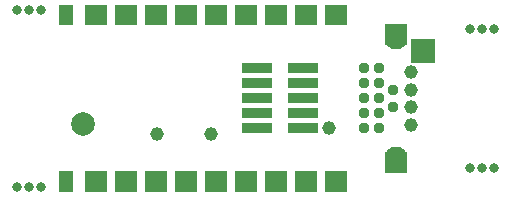
<source format=gbs>
G04*
G04 #@! TF.GenerationSoftware,Altium Limited,Altium Designer,21.7.2 (23)*
G04*
G04 Layer_Color=16711935*
%FSLAX24Y24*%
%MOIN*%
G70*
G04*
G04 #@! TF.SameCoordinates,43C8A9C3-E03B-469C-A9E8-94EB88380565*
G04*
G04*
G04 #@! TF.FilePolarity,Negative*
G04*
G01*
G75*
%ADD37C,0.0769*%
%ADD42C,0.0787*%
%ADD43R,0.0787X0.0787*%
%ADD61R,0.0769X0.0592*%
%ADD62R,0.0769X0.0158*%
%ADD63R,0.0500X0.0158*%
%ADD64R,0.0500X0.0592*%
%ADD65C,0.0316*%
%ADD91C,0.0454*%
%ADD92R,0.1005X0.0359*%
%ADD93C,0.0370*%
%ADD94C,0.0375*%
D37*
X13250Y5000D02*
D03*
Y1000D02*
D03*
Y5000D02*
D03*
Y1000D02*
D03*
D42*
X2820Y2150D02*
D03*
D43*
X14173Y4575D02*
D03*
D61*
X10250Y266D02*
D03*
X11250D02*
D03*
X13250Y5081D02*
D03*
Y919D02*
D03*
X9250Y266D02*
D03*
X10250Y5734D02*
D03*
X8250Y266D02*
D03*
X7250D02*
D03*
X6250D02*
D03*
X5250D02*
D03*
Y5734D02*
D03*
X6250D02*
D03*
X7250D02*
D03*
X11250D02*
D03*
X3250D02*
D03*
X4250D02*
D03*
X9250D02*
D03*
X8250D02*
D03*
X3250Y266D02*
D03*
X4250D02*
D03*
D62*
X10250Y-50D02*
D03*
X11250D02*
D03*
X13250Y5416D02*
D03*
Y584D02*
D03*
X9250Y-50D02*
D03*
X10250Y6050D02*
D03*
X8250Y-50D02*
D03*
X7250D02*
D03*
X6250D02*
D03*
X5250D02*
D03*
Y6050D02*
D03*
X6250D02*
D03*
X7250D02*
D03*
X11250D02*
D03*
X3250D02*
D03*
X4250D02*
D03*
X9250D02*
D03*
X8250D02*
D03*
X3250Y-50D02*
D03*
X4250D02*
D03*
D63*
X2250Y6050D02*
D03*
Y-50D02*
D03*
D64*
Y5734D02*
D03*
Y266D02*
D03*
D65*
X15748Y5327D02*
D03*
X16535D02*
D03*
X16142D02*
D03*
Y673D02*
D03*
X16535D02*
D03*
X15748D02*
D03*
X630Y39D02*
D03*
X1417D02*
D03*
X1024D02*
D03*
Y5961D02*
D03*
X1417D02*
D03*
X630D02*
D03*
D91*
X7087Y1819D02*
D03*
X13780Y3886D02*
D03*
Y2114D02*
D03*
X11024Y2016D02*
D03*
X5315Y1819D02*
D03*
X13780Y2705D02*
D03*
Y3295D02*
D03*
D92*
X10168Y2000D02*
D03*
Y2500D02*
D03*
Y3000D02*
D03*
Y3500D02*
D03*
Y4000D02*
D03*
X8632Y2000D02*
D03*
Y2500D02*
D03*
Y3000D02*
D03*
Y3500D02*
D03*
Y4000D02*
D03*
D93*
X12700D02*
D03*
Y3500D02*
D03*
Y3000D02*
D03*
Y2500D02*
D03*
Y2000D02*
D03*
X12200D02*
D03*
Y2500D02*
D03*
Y3000D02*
D03*
Y3500D02*
D03*
Y4000D02*
D03*
D94*
X13169Y3295D02*
D03*
Y2705D02*
D03*
M02*

</source>
